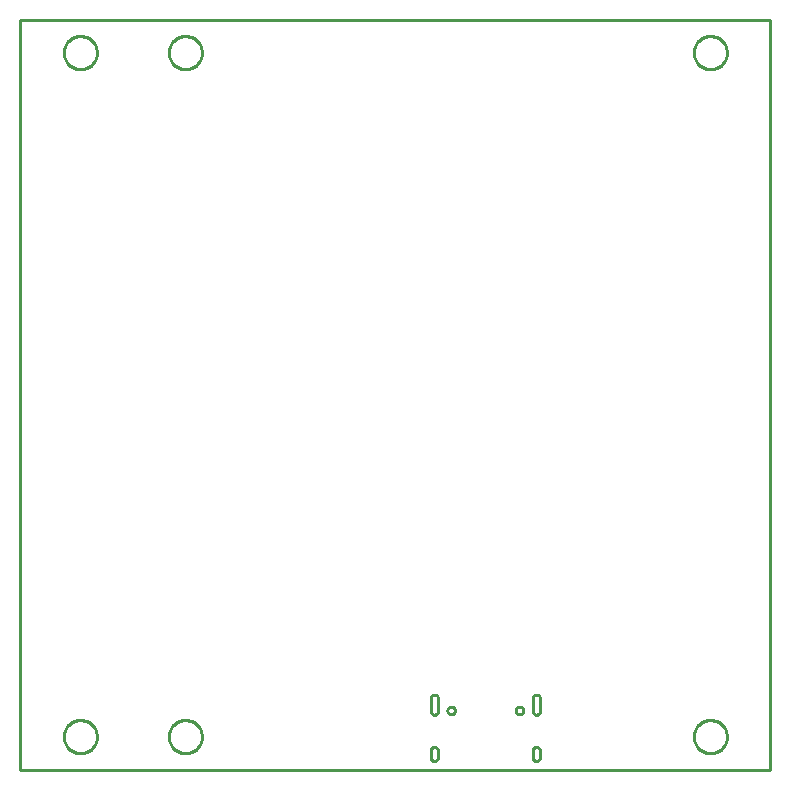
<source format=gbr>
G04 EAGLE Gerber RS-274X export*
G75*
%MOMM*%
%FSLAX34Y34*%
%LPD*%
%IN*%
%IPPOS*%
%AMOC8*
5,1,8,0,0,1.08239X$1,22.5*%
G01*
%ADD10C,0.254000*%


D10*
X0Y0D02*
X635000Y0D01*
X635000Y635000D01*
X0Y635000D01*
X0Y0D01*
X347500Y49600D02*
X347511Y49339D01*
X347546Y49079D01*
X347602Y48824D01*
X347681Y48574D01*
X347781Y48332D01*
X347902Y48100D01*
X348043Y47879D01*
X348202Y47672D01*
X348379Y47479D01*
X348572Y47302D01*
X348779Y47143D01*
X349000Y47002D01*
X349232Y46881D01*
X349474Y46781D01*
X349724Y46702D01*
X349979Y46646D01*
X350239Y46611D01*
X350500Y46600D01*
X350761Y46611D01*
X351021Y46646D01*
X351276Y46702D01*
X351526Y46781D01*
X351768Y46881D01*
X352000Y47002D01*
X352221Y47143D01*
X352428Y47302D01*
X352621Y47479D01*
X352798Y47672D01*
X352957Y47879D01*
X353098Y48100D01*
X353219Y48332D01*
X353319Y48574D01*
X353398Y48824D01*
X353454Y49079D01*
X353489Y49339D01*
X353500Y49600D01*
X353500Y60600D01*
X353489Y60861D01*
X353454Y61121D01*
X353398Y61376D01*
X353319Y61626D01*
X353219Y61868D01*
X353098Y62100D01*
X352957Y62321D01*
X352798Y62528D01*
X352621Y62721D01*
X352428Y62898D01*
X352221Y63057D01*
X352000Y63198D01*
X351768Y63319D01*
X351526Y63419D01*
X351276Y63498D01*
X351021Y63554D01*
X350761Y63589D01*
X350500Y63600D01*
X350239Y63589D01*
X349979Y63554D01*
X349724Y63498D01*
X349474Y63419D01*
X349232Y63319D01*
X349000Y63198D01*
X348779Y63057D01*
X348572Y62898D01*
X348379Y62721D01*
X348202Y62528D01*
X348043Y62321D01*
X347902Y62100D01*
X347781Y61868D01*
X347681Y61626D01*
X347602Y61376D01*
X347546Y61121D01*
X347511Y60861D01*
X347500Y60600D01*
X347500Y49600D01*
X433900Y49600D02*
X433911Y49339D01*
X433946Y49079D01*
X434002Y48824D01*
X434081Y48574D01*
X434181Y48332D01*
X434302Y48100D01*
X434443Y47879D01*
X434602Y47672D01*
X434779Y47479D01*
X434972Y47302D01*
X435179Y47143D01*
X435400Y47002D01*
X435632Y46881D01*
X435874Y46781D01*
X436124Y46702D01*
X436379Y46646D01*
X436639Y46611D01*
X436900Y46600D01*
X437161Y46611D01*
X437421Y46646D01*
X437676Y46702D01*
X437926Y46781D01*
X438168Y46881D01*
X438400Y47002D01*
X438621Y47143D01*
X438828Y47302D01*
X439021Y47479D01*
X439198Y47672D01*
X439357Y47879D01*
X439498Y48100D01*
X439619Y48332D01*
X439719Y48574D01*
X439798Y48824D01*
X439854Y49079D01*
X439889Y49339D01*
X439900Y49600D01*
X439900Y60600D01*
X439889Y60861D01*
X439854Y61121D01*
X439798Y61376D01*
X439719Y61626D01*
X439619Y61868D01*
X439498Y62100D01*
X439357Y62321D01*
X439198Y62528D01*
X439021Y62721D01*
X438828Y62898D01*
X438621Y63057D01*
X438400Y63198D01*
X438168Y63319D01*
X437926Y63419D01*
X437676Y63498D01*
X437421Y63554D01*
X437161Y63589D01*
X436900Y63600D01*
X436639Y63589D01*
X436379Y63554D01*
X436124Y63498D01*
X435874Y63419D01*
X435632Y63319D01*
X435400Y63198D01*
X435179Y63057D01*
X434972Y62898D01*
X434779Y62721D01*
X434602Y62528D01*
X434443Y62321D01*
X434302Y62100D01*
X434181Y61868D01*
X434081Y61626D01*
X434002Y61376D01*
X433946Y61121D01*
X433911Y60861D01*
X433900Y60600D01*
X433900Y49600D01*
X433900Y10300D02*
X433911Y10039D01*
X433946Y9779D01*
X434002Y9524D01*
X434081Y9274D01*
X434181Y9032D01*
X434302Y8800D01*
X434443Y8579D01*
X434602Y8372D01*
X434779Y8179D01*
X434972Y8002D01*
X435179Y7843D01*
X435400Y7702D01*
X435632Y7581D01*
X435874Y7481D01*
X436124Y7402D01*
X436379Y7346D01*
X436639Y7311D01*
X436900Y7300D01*
X437161Y7311D01*
X437421Y7346D01*
X437676Y7402D01*
X437926Y7481D01*
X438168Y7581D01*
X438400Y7702D01*
X438621Y7843D01*
X438828Y8002D01*
X439021Y8179D01*
X439198Y8372D01*
X439357Y8579D01*
X439498Y8800D01*
X439619Y9032D01*
X439719Y9274D01*
X439798Y9524D01*
X439854Y9779D01*
X439889Y10039D01*
X439900Y10300D01*
X439900Y16300D01*
X439889Y16561D01*
X439854Y16821D01*
X439798Y17076D01*
X439719Y17326D01*
X439619Y17568D01*
X439498Y17800D01*
X439357Y18021D01*
X439198Y18228D01*
X439021Y18421D01*
X438828Y18598D01*
X438621Y18757D01*
X438400Y18898D01*
X438168Y19019D01*
X437926Y19119D01*
X437676Y19198D01*
X437421Y19254D01*
X437161Y19289D01*
X436900Y19300D01*
X436639Y19289D01*
X436379Y19254D01*
X436124Y19198D01*
X435874Y19119D01*
X435632Y19019D01*
X435400Y18898D01*
X435179Y18757D01*
X434972Y18598D01*
X434779Y18421D01*
X434602Y18228D01*
X434443Y18021D01*
X434302Y17800D01*
X434181Y17568D01*
X434081Y17326D01*
X434002Y17076D01*
X433946Y16821D01*
X433911Y16561D01*
X433900Y16300D01*
X433900Y10300D01*
X347500Y10300D02*
X347511Y10039D01*
X347546Y9779D01*
X347602Y9524D01*
X347681Y9274D01*
X347781Y9032D01*
X347902Y8800D01*
X348043Y8579D01*
X348202Y8372D01*
X348379Y8179D01*
X348572Y8002D01*
X348779Y7843D01*
X349000Y7702D01*
X349232Y7581D01*
X349474Y7481D01*
X349724Y7402D01*
X349979Y7346D01*
X350239Y7311D01*
X350500Y7300D01*
X350761Y7311D01*
X351021Y7346D01*
X351276Y7402D01*
X351526Y7481D01*
X351768Y7581D01*
X352000Y7702D01*
X352221Y7843D01*
X352428Y8002D01*
X352621Y8179D01*
X352798Y8372D01*
X352957Y8579D01*
X353098Y8800D01*
X353219Y9032D01*
X353319Y9274D01*
X353398Y9524D01*
X353454Y9779D01*
X353489Y10039D01*
X353500Y10300D01*
X353500Y16300D01*
X353489Y16561D01*
X353454Y16821D01*
X353398Y17076D01*
X353319Y17326D01*
X353219Y17568D01*
X353098Y17800D01*
X352957Y18021D01*
X352798Y18228D01*
X352621Y18421D01*
X352428Y18598D01*
X352221Y18757D01*
X352000Y18898D01*
X351768Y19019D01*
X351526Y19119D01*
X351276Y19198D01*
X351021Y19254D01*
X350761Y19289D01*
X350500Y19300D01*
X350239Y19289D01*
X349979Y19254D01*
X349724Y19198D01*
X349474Y19119D01*
X349232Y19019D01*
X349000Y18898D01*
X348779Y18757D01*
X348572Y18598D01*
X348379Y18421D01*
X348202Y18228D01*
X348043Y18021D01*
X347902Y17800D01*
X347781Y17568D01*
X347681Y17326D01*
X347602Y17076D01*
X347546Y16821D01*
X347511Y16561D01*
X347500Y16300D01*
X347500Y10300D01*
X598170Y606561D02*
X598099Y605566D01*
X597957Y604578D01*
X597745Y603603D01*
X597464Y602645D01*
X597115Y601711D01*
X596700Y600803D01*
X596222Y599927D01*
X595683Y599088D01*
X595085Y598289D01*
X594431Y597535D01*
X593725Y596829D01*
X592971Y596175D01*
X592173Y595577D01*
X591333Y595038D01*
X590457Y594560D01*
X589550Y594145D01*
X588615Y593796D01*
X587657Y593515D01*
X586682Y593303D01*
X585694Y593161D01*
X584699Y593090D01*
X583701Y593090D01*
X582706Y593161D01*
X581718Y593303D01*
X580743Y593515D01*
X579785Y593796D01*
X578851Y594145D01*
X577943Y594560D01*
X577067Y595038D01*
X576228Y595577D01*
X575429Y596175D01*
X574675Y596829D01*
X573969Y597535D01*
X573315Y598289D01*
X572717Y599088D01*
X572178Y599927D01*
X571700Y600803D01*
X571285Y601711D01*
X570936Y602645D01*
X570655Y603603D01*
X570443Y604578D01*
X570301Y605566D01*
X570230Y606561D01*
X570230Y607559D01*
X570301Y608554D01*
X570443Y609542D01*
X570655Y610517D01*
X570936Y611475D01*
X571285Y612410D01*
X571700Y613317D01*
X572178Y614193D01*
X572717Y615033D01*
X573315Y615831D01*
X573969Y616585D01*
X574675Y617291D01*
X575429Y617945D01*
X576228Y618543D01*
X577067Y619082D01*
X577943Y619560D01*
X578851Y619975D01*
X579785Y620324D01*
X580743Y620605D01*
X581718Y620817D01*
X582706Y620959D01*
X583701Y621030D01*
X584699Y621030D01*
X585694Y620959D01*
X586682Y620817D01*
X587657Y620605D01*
X588615Y620324D01*
X589550Y619975D01*
X590457Y619560D01*
X591333Y619082D01*
X592173Y618543D01*
X592971Y617945D01*
X593725Y617291D01*
X594431Y616585D01*
X595085Y615831D01*
X595683Y615033D01*
X596222Y614193D01*
X596700Y613317D01*
X597115Y612410D01*
X597464Y611475D01*
X597745Y610517D01*
X597957Y609542D01*
X598099Y608554D01*
X598170Y607559D01*
X598170Y606561D01*
X598170Y27441D02*
X598099Y26446D01*
X597957Y25458D01*
X597745Y24483D01*
X597464Y23525D01*
X597115Y22591D01*
X596700Y21683D01*
X596222Y20807D01*
X595683Y19968D01*
X595085Y19169D01*
X594431Y18415D01*
X593725Y17709D01*
X592971Y17055D01*
X592173Y16457D01*
X591333Y15918D01*
X590457Y15440D01*
X589550Y15025D01*
X588615Y14676D01*
X587657Y14395D01*
X586682Y14183D01*
X585694Y14041D01*
X584699Y13970D01*
X583701Y13970D01*
X582706Y14041D01*
X581718Y14183D01*
X580743Y14395D01*
X579785Y14676D01*
X578851Y15025D01*
X577943Y15440D01*
X577067Y15918D01*
X576228Y16457D01*
X575429Y17055D01*
X574675Y17709D01*
X573969Y18415D01*
X573315Y19169D01*
X572717Y19968D01*
X572178Y20807D01*
X571700Y21683D01*
X571285Y22591D01*
X570936Y23525D01*
X570655Y24483D01*
X570443Y25458D01*
X570301Y26446D01*
X570230Y27441D01*
X570230Y28439D01*
X570301Y29434D01*
X570443Y30422D01*
X570655Y31397D01*
X570936Y32355D01*
X571285Y33290D01*
X571700Y34197D01*
X572178Y35073D01*
X572717Y35913D01*
X573315Y36711D01*
X573969Y37465D01*
X574675Y38171D01*
X575429Y38825D01*
X576228Y39423D01*
X577067Y39962D01*
X577943Y40440D01*
X578851Y40855D01*
X579785Y41204D01*
X580743Y41485D01*
X581718Y41697D01*
X582706Y41839D01*
X583701Y41910D01*
X584699Y41910D01*
X585694Y41839D01*
X586682Y41697D01*
X587657Y41485D01*
X588615Y41204D01*
X589550Y40855D01*
X590457Y40440D01*
X591333Y39962D01*
X592173Y39423D01*
X592971Y38825D01*
X593725Y38171D01*
X594431Y37465D01*
X595085Y36711D01*
X595683Y35913D01*
X596222Y35073D01*
X596700Y34197D01*
X597115Y33290D01*
X597464Y32355D01*
X597745Y31397D01*
X597957Y30422D01*
X598099Y29434D01*
X598170Y28439D01*
X598170Y27441D01*
X153670Y606561D02*
X153599Y605566D01*
X153457Y604578D01*
X153245Y603603D01*
X152964Y602645D01*
X152615Y601711D01*
X152200Y600803D01*
X151722Y599927D01*
X151183Y599088D01*
X150585Y598289D01*
X149931Y597535D01*
X149225Y596829D01*
X148471Y596175D01*
X147673Y595577D01*
X146833Y595038D01*
X145957Y594560D01*
X145050Y594145D01*
X144115Y593796D01*
X143157Y593515D01*
X142182Y593303D01*
X141194Y593161D01*
X140199Y593090D01*
X139201Y593090D01*
X138206Y593161D01*
X137218Y593303D01*
X136243Y593515D01*
X135285Y593796D01*
X134351Y594145D01*
X133443Y594560D01*
X132567Y595038D01*
X131728Y595577D01*
X130929Y596175D01*
X130175Y596829D01*
X129469Y597535D01*
X128815Y598289D01*
X128217Y599088D01*
X127678Y599927D01*
X127200Y600803D01*
X126785Y601711D01*
X126436Y602645D01*
X126155Y603603D01*
X125943Y604578D01*
X125801Y605566D01*
X125730Y606561D01*
X125730Y607559D01*
X125801Y608554D01*
X125943Y609542D01*
X126155Y610517D01*
X126436Y611475D01*
X126785Y612410D01*
X127200Y613317D01*
X127678Y614193D01*
X128217Y615033D01*
X128815Y615831D01*
X129469Y616585D01*
X130175Y617291D01*
X130929Y617945D01*
X131728Y618543D01*
X132567Y619082D01*
X133443Y619560D01*
X134351Y619975D01*
X135285Y620324D01*
X136243Y620605D01*
X137218Y620817D01*
X138206Y620959D01*
X139201Y621030D01*
X140199Y621030D01*
X141194Y620959D01*
X142182Y620817D01*
X143157Y620605D01*
X144115Y620324D01*
X145050Y619975D01*
X145957Y619560D01*
X146833Y619082D01*
X147673Y618543D01*
X148471Y617945D01*
X149225Y617291D01*
X149931Y616585D01*
X150585Y615831D01*
X151183Y615033D01*
X151722Y614193D01*
X152200Y613317D01*
X152615Y612410D01*
X152964Y611475D01*
X153245Y610517D01*
X153457Y609542D01*
X153599Y608554D01*
X153670Y607559D01*
X153670Y606561D01*
X153670Y27441D02*
X153599Y26446D01*
X153457Y25458D01*
X153245Y24483D01*
X152964Y23525D01*
X152615Y22591D01*
X152200Y21683D01*
X151722Y20807D01*
X151183Y19968D01*
X150585Y19169D01*
X149931Y18415D01*
X149225Y17709D01*
X148471Y17055D01*
X147673Y16457D01*
X146833Y15918D01*
X145957Y15440D01*
X145050Y15025D01*
X144115Y14676D01*
X143157Y14395D01*
X142182Y14183D01*
X141194Y14041D01*
X140199Y13970D01*
X139201Y13970D01*
X138206Y14041D01*
X137218Y14183D01*
X136243Y14395D01*
X135285Y14676D01*
X134351Y15025D01*
X133443Y15440D01*
X132567Y15918D01*
X131728Y16457D01*
X130929Y17055D01*
X130175Y17709D01*
X129469Y18415D01*
X128815Y19169D01*
X128217Y19968D01*
X127678Y20807D01*
X127200Y21683D01*
X126785Y22591D01*
X126436Y23525D01*
X126155Y24483D01*
X125943Y25458D01*
X125801Y26446D01*
X125730Y27441D01*
X125730Y28439D01*
X125801Y29434D01*
X125943Y30422D01*
X126155Y31397D01*
X126436Y32355D01*
X126785Y33290D01*
X127200Y34197D01*
X127678Y35073D01*
X128217Y35913D01*
X128815Y36711D01*
X129469Y37465D01*
X130175Y38171D01*
X130929Y38825D01*
X131728Y39423D01*
X132567Y39962D01*
X133443Y40440D01*
X134351Y40855D01*
X135285Y41204D01*
X136243Y41485D01*
X137218Y41697D01*
X138206Y41839D01*
X139201Y41910D01*
X140199Y41910D01*
X141194Y41839D01*
X142182Y41697D01*
X143157Y41485D01*
X144115Y41204D01*
X145050Y40855D01*
X145957Y40440D01*
X146833Y39962D01*
X147673Y39423D01*
X148471Y38825D01*
X149225Y38171D01*
X149931Y37465D01*
X150585Y36711D01*
X151183Y35913D01*
X151722Y35073D01*
X152200Y34197D01*
X152615Y33290D01*
X152964Y32355D01*
X153245Y31397D01*
X153457Y30422D01*
X153599Y29434D01*
X153670Y28439D01*
X153670Y27441D01*
X425850Y49887D02*
X425794Y49465D01*
X425684Y49053D01*
X425521Y48659D01*
X425308Y48291D01*
X425049Y47953D01*
X424747Y47651D01*
X424409Y47392D01*
X424041Y47179D01*
X423647Y47016D01*
X423235Y46906D01*
X422813Y46850D01*
X422387Y46850D01*
X421965Y46906D01*
X421553Y47016D01*
X421159Y47179D01*
X420791Y47392D01*
X420453Y47651D01*
X420151Y47953D01*
X419892Y48291D01*
X419679Y48659D01*
X419516Y49053D01*
X419406Y49465D01*
X419350Y49887D01*
X419350Y50313D01*
X419406Y50735D01*
X419516Y51147D01*
X419679Y51541D01*
X419892Y51909D01*
X420151Y52247D01*
X420453Y52549D01*
X420791Y52808D01*
X421159Y53021D01*
X421553Y53184D01*
X421965Y53294D01*
X422387Y53350D01*
X422813Y53350D01*
X423235Y53294D01*
X423647Y53184D01*
X424041Y53021D01*
X424409Y52808D01*
X424747Y52549D01*
X425049Y52247D01*
X425308Y51909D01*
X425521Y51541D01*
X425684Y51147D01*
X425794Y50735D01*
X425850Y50313D01*
X425850Y49887D01*
X368050Y49887D02*
X367994Y49465D01*
X367884Y49053D01*
X367721Y48659D01*
X367508Y48291D01*
X367249Y47953D01*
X366947Y47651D01*
X366609Y47392D01*
X366241Y47179D01*
X365847Y47016D01*
X365435Y46906D01*
X365013Y46850D01*
X364587Y46850D01*
X364165Y46906D01*
X363753Y47016D01*
X363359Y47179D01*
X362991Y47392D01*
X362653Y47651D01*
X362351Y47953D01*
X362092Y48291D01*
X361879Y48659D01*
X361716Y49053D01*
X361606Y49465D01*
X361550Y49887D01*
X361550Y50313D01*
X361606Y50735D01*
X361716Y51147D01*
X361879Y51541D01*
X362092Y51909D01*
X362351Y52247D01*
X362653Y52549D01*
X362991Y52808D01*
X363359Y53021D01*
X363753Y53184D01*
X364165Y53294D01*
X364587Y53350D01*
X365013Y53350D01*
X365435Y53294D01*
X365847Y53184D01*
X366241Y53021D01*
X366609Y52808D01*
X366947Y52549D01*
X367249Y52247D01*
X367508Y51909D01*
X367721Y51541D01*
X367884Y51147D01*
X367994Y50735D01*
X368050Y50313D01*
X368050Y49887D01*
X50300Y41950D02*
X49303Y41879D01*
X48313Y41736D01*
X47336Y41524D01*
X46376Y41242D01*
X45439Y40893D01*
X44529Y40477D01*
X43652Y39998D01*
X42810Y39457D01*
X42010Y38858D01*
X41254Y38203D01*
X40547Y37496D01*
X39892Y36740D01*
X39293Y35940D01*
X38752Y35098D01*
X38273Y34221D01*
X37857Y33311D01*
X37508Y32374D01*
X37226Y31415D01*
X37014Y30437D01*
X36871Y29448D01*
X36800Y28450D01*
X36800Y27450D01*
X36871Y26453D01*
X37014Y25463D01*
X37226Y24486D01*
X37508Y23526D01*
X37857Y22589D01*
X38273Y21679D01*
X38752Y20802D01*
X39293Y19960D01*
X39892Y19160D01*
X40547Y18404D01*
X41254Y17697D01*
X42010Y17042D01*
X42810Y16443D01*
X43652Y15902D01*
X44529Y15423D01*
X45439Y15007D01*
X46376Y14658D01*
X47336Y14376D01*
X48313Y14164D01*
X49303Y14021D01*
X50300Y13950D01*
X51300Y13950D01*
X52298Y14021D01*
X53287Y14164D01*
X54265Y14376D01*
X55224Y14658D01*
X56161Y15007D01*
X57071Y15423D01*
X57948Y15902D01*
X58790Y16443D01*
X59590Y17042D01*
X60346Y17697D01*
X61053Y18404D01*
X61708Y19160D01*
X62307Y19960D01*
X62848Y20802D01*
X63327Y21679D01*
X63743Y22589D01*
X64092Y23526D01*
X64374Y24486D01*
X64586Y25463D01*
X64729Y26453D01*
X64800Y27450D01*
X64800Y28450D01*
X64729Y29448D01*
X64586Y30437D01*
X64374Y31415D01*
X64092Y32374D01*
X63743Y33311D01*
X63327Y34221D01*
X62848Y35098D01*
X62307Y35940D01*
X61708Y36740D01*
X61053Y37496D01*
X60346Y38203D01*
X59590Y38858D01*
X58790Y39457D01*
X57948Y39998D01*
X57071Y40477D01*
X56161Y40893D01*
X55224Y41242D01*
X54265Y41524D01*
X53287Y41736D01*
X52298Y41879D01*
X51300Y41950D01*
X50300Y41950D01*
X50300Y621050D02*
X49303Y620979D01*
X48313Y620836D01*
X47336Y620624D01*
X46376Y620342D01*
X45439Y619993D01*
X44529Y619577D01*
X43652Y619098D01*
X42810Y618557D01*
X42010Y617958D01*
X41254Y617303D01*
X40547Y616596D01*
X39892Y615840D01*
X39293Y615040D01*
X38752Y614198D01*
X38273Y613321D01*
X37857Y612411D01*
X37508Y611474D01*
X37226Y610515D01*
X37014Y609537D01*
X36871Y608548D01*
X36800Y607550D01*
X36800Y606550D01*
X36871Y605553D01*
X37014Y604563D01*
X37226Y603586D01*
X37508Y602626D01*
X37857Y601689D01*
X38273Y600779D01*
X38752Y599902D01*
X39293Y599060D01*
X39892Y598260D01*
X40547Y597504D01*
X41254Y596797D01*
X42010Y596142D01*
X42810Y595543D01*
X43652Y595002D01*
X44529Y594523D01*
X45439Y594107D01*
X46376Y593758D01*
X47336Y593476D01*
X48313Y593264D01*
X49303Y593121D01*
X50300Y593050D01*
X51300Y593050D01*
X52298Y593121D01*
X53287Y593264D01*
X54265Y593476D01*
X55224Y593758D01*
X56161Y594107D01*
X57071Y594523D01*
X57948Y595002D01*
X58790Y595543D01*
X59590Y596142D01*
X60346Y596797D01*
X61053Y597504D01*
X61708Y598260D01*
X62307Y599060D01*
X62848Y599902D01*
X63327Y600779D01*
X63743Y601689D01*
X64092Y602626D01*
X64374Y603586D01*
X64586Y604563D01*
X64729Y605553D01*
X64800Y606550D01*
X64800Y607550D01*
X64729Y608548D01*
X64586Y609537D01*
X64374Y610515D01*
X64092Y611474D01*
X63743Y612411D01*
X63327Y613321D01*
X62848Y614198D01*
X62307Y615040D01*
X61708Y615840D01*
X61053Y616596D01*
X60346Y617303D01*
X59590Y617958D01*
X58790Y618557D01*
X57948Y619098D01*
X57071Y619577D01*
X56161Y619993D01*
X55224Y620342D01*
X54265Y620624D01*
X53287Y620836D01*
X52298Y620979D01*
X51300Y621050D01*
X50300Y621050D01*
M02*

</source>
